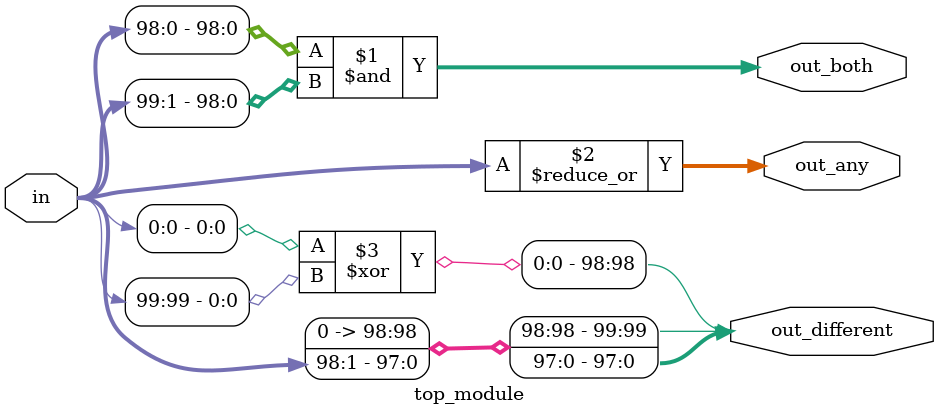
<source format=sv>
module top_module (
	input [99:0] in,
	output [98:0] out_both,
	output [99:1] out_any,
	output [99:0] out_different
);

	assign out_both = in[98:0] & in[99:1];
	assign out_any = |in; 
	assign out_different = {in[0] ^ in[99], in[98:1]};

endmodule

</source>
